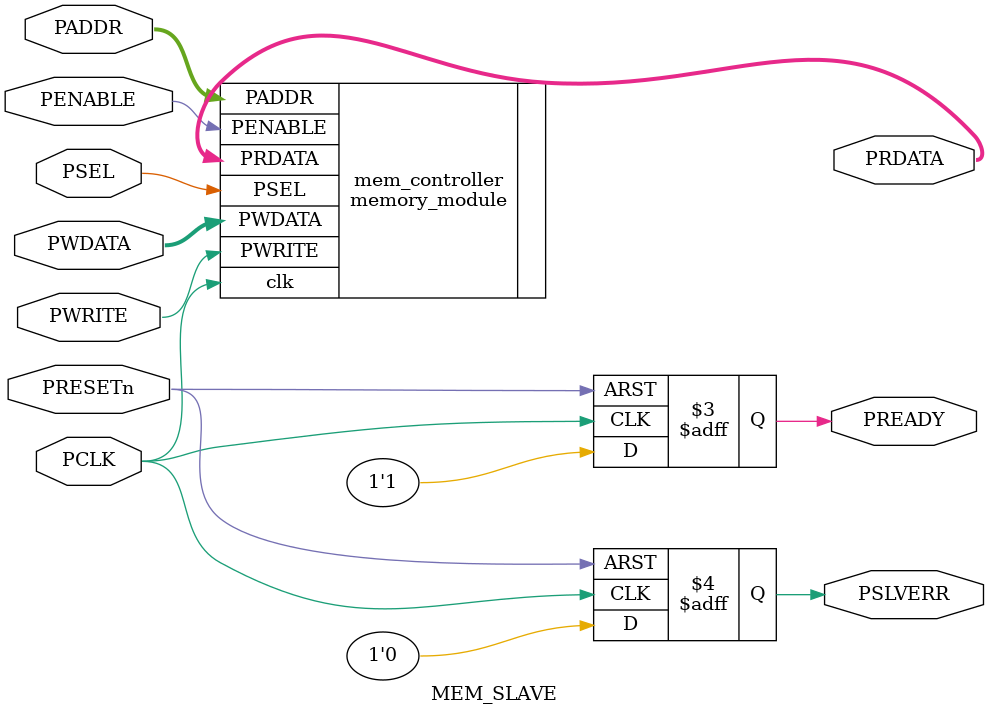
<source format=v>
module MEM_SLAVE (
    input  wire        PCLK,
    input  wire        PRESETn,
    input  wire [31:0] PADDR,
    input  wire        PSEL,
    input  wire        PENABLE,
    input  wire        PWRITE,
    input  wire [31:0] PWDATA,
    output      [31:0] PRDATA,
    output reg         PREADY,
    output reg         PSLVERR
);



    // APB3 transfer detection
  //  wire apb_transfer = PSEL_mem & PENABLE;
  //  wire valid_addr = (PADDR[7:0] <= 8'd255); // 0x2000000-0x20003FF

    // Instantiate memory_module
    memory_module mem_controller (
        .clk(PCLK),
        .PSEL(PSEL),
        .PENABLE(PENABLE),
        .PADDR(PADDR),
        .PWDATA(PWDATA),
        .PRDATA(PRDATA),
        .PWRITE(PWRITE)
    );


     

    // APB3 slave logic
    always @(posedge PCLK or negedge PRESETn) begin
        if (!PRESETn) begin
            PREADY <= 1'b0;
            PSLVERR <= 1'b0;
            
        end
        else begin
            PSLVERR <= 1'b0;
             PREADY <= 1'b1;
        end
    end

endmodule

</source>
